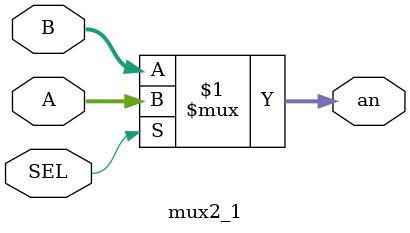
<source format=sv>
`timescale 1ns / 1ps


module mux2_1 #(parameter WIDTH = 4)
    (input [WIDTH-1:0] A, B,
    input SEL,
    output [WIDTH - 1:0] an
    );
    
    
    assign an = (SEL ? A : B);
endmodule

</source>
